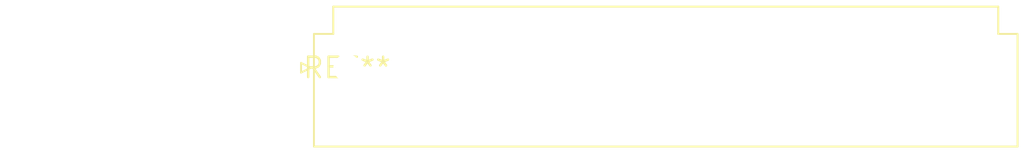
<source format=kicad_pcb>
(kicad_pcb (version 20240108) (generator pcbnew)
  (layers (0 "F.Cu" signal) (31 "B.Cu" signal) (34 "B.Paste" user) (35 "F.Paste" user) (36 "B.SilkS" user "B.Silkscreen") (37 "F.SilkS" user "F.Silkscreen") (38 "B.Mask" user) (39 "F.Mask" user) (44 "Edge.Cuts" user))
  (net 0 "")
  (footprint "JST_VH_B11P-VH-B_1x11_P3.96mm_Vertical" (layer "F.Cu") (at 0 0)
    (property "Reference" "REF**")
    (property "Value" "JST_VH_B11P-VH-B_1x11_P3.96mm_Vertical")
    (fp_line (start -2.86 -0.3) (end -2.26 0) (layer "F.SilkS") (stroke (width 0.12)))
    (fp_line (start -2.86 0.3) (end -2.86 -0.3) (layer "F.SilkS") (stroke (width 0.12)))
    (fp_line (start -2.26 0) (end -2.86 0.3) (layer "F.SilkS") (stroke (width 0.12)))
    (fp_line (start -2.06 -2.11) (end -0.86 -2.11) (layer "F.SilkS") (stroke (width 0.12)))
    (fp_line (start -2.06 4.91) (end -2.06 -2.11) (layer "F.SilkS") (stroke (width 0.12)))
    (fp_line (start -0.86 -3.81) (end 40.46 -3.81) (layer "F.SilkS") (stroke (width 0.12)))
    (fp_line (start -0.86 -2.11) (end -0.86 -3.81) (layer "F.SilkS") (stroke (width 0.12)))
    (fp_line (start 40.46 -3.81) (end 40.46 -2.11) (layer "F.SilkS") (stroke (width 0.12)))
    (fp_line (start 40.46 -2.11) (end 41.66 -2.11) (layer "F.SilkS") (stroke (width 0.12)))
    (fp_line (start 41.66 -2.11) (end 41.66 4.91) (layer "F.SilkS") (stroke (width 0.12)))
    (fp_line (start 41.66 4.91) (end -2.06 4.91) (layer "F.SilkS") (stroke (width 0.12)))
    (pad "1" thru_hole roundrect (at 0 0) (size 2.7 2.7) (drill 1.7) (layers *.Cu *.Mask) (remove_unused_layers) (roundrect_rratio 0.092593))
    (pad "2" thru_hole circle (at 3.96 0) (size 2.7 2.7) (drill 1.7) (layers *.Cu *.Mask) (remove_unused_layers))
    (pad "3" thru_hole circle (at 7.92 0) (size 2.7 2.7) (drill 1.7) (layers *.Cu *.Mask) (remove_unused_layers))
    (pad "4" thru_hole circle (at 11.88 0) (size 2.7 2.7) (drill 1.7) (layers *.Cu *.Mask) (remove_unused_layers))
    (pad "5" thru_hole circle (at 15.84 0) (size 2.7 2.7) (drill 1.7) (layers *.Cu *.Mask) (remove_unused_layers))
    (pad "6" thru_hole circle (at 19.8 0) (size 2.7 2.7) (drill 1.7) (layers *.Cu *.Mask) (remove_unused_layers))
    (pad "7" thru_hole circle (at 23.76 0) (size 2.7 2.7) (drill 1.7) (layers *.Cu *.Mask) (remove_unused_layers))
    (pad "8" thru_hole circle (at 27.72 0) (size 2.7 2.7) (drill 1.7) (layers *.Cu *.Mask) (remove_unused_layers))
    (pad "9" thru_hole circle (at 31.68 0) (size 2.7 2.7) (drill 1.7) (layers *.Cu *.Mask) (remove_unused_layers))
    (pad "10" thru_hole circle (at 35.64 0) (size 2.7 2.7) (drill 1.7) (layers *.Cu *.Mask) (remove_unused_layers))
    (pad "11" thru_hole circle (at 39.6 0) (size 2.7 2.7) (drill 1.7) (layers *.Cu *.Mask) (remove_unused_layers))
  )
)
</source>
